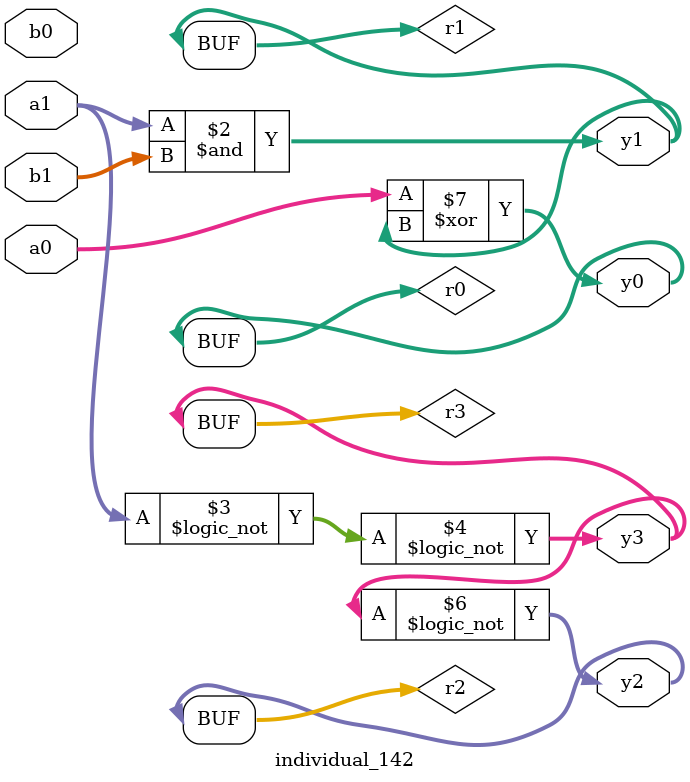
<source format=sv>
module individual_142(input logic [15:0] a1, input logic [15:0] a0, input logic [15:0] b1, input logic [15:0] b0, output logic [15:0] y3, output logic [15:0] y2, output logic [15:0] y1, output logic [15:0] y0);
logic [15:0] r0, r1, r2, r3; 
 always@(*) begin 
	 r0 = a0; r1 = a1; r2 = b0; r3 = b1; 
 	 r1  &=  r3 ;
 	 r2 = ! a1 ;
 	 r3 = ! r2 ;
 	 r2  ^=  r0 ;
 	 r2 = ! r3 ;
 	 r0  ^=  r1 ;
 	 y3 = r3; y2 = r2; y1 = r1; y0 = r0; 
end
endmodule
</source>
